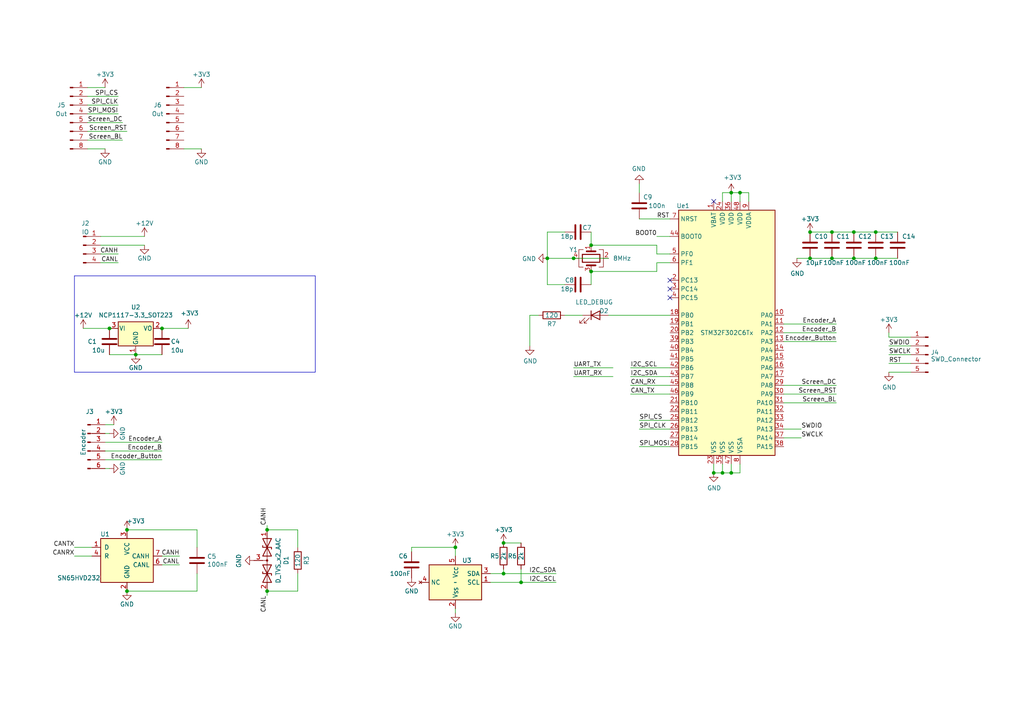
<source format=kicad_sch>
(kicad_sch (version 20230121) (generator eeschema)
  (paper "A4")
  (lib_symbols
    (symbol "Connector:Conn_01x04_Pin" (pin_names (offset 1.016) hide)
      (property "Reference" "J" (at 0 5.08 0))
      (property "Value" "Conn_01x04_Pin" (at 0 -7.62 0))
      (symbol "Conn_01x04_Pin_1_1"
        (polyline (pts (xy 1.27 -5.08) (xy 0.8636 -5.08)) (stroke (width 0.1524)))
        (polyline (pts (xy 1.27 -2.54) (xy 0.8636 -2.54)) (stroke (width 0.1524)))
        (polyline (pts (xy 1.27 0) (xy 0.8636 0)) (stroke (width 0.1524)))
        (polyline (pts (xy 1.27 2.54) (xy 0.8636 2.54)) (stroke (width 0.1524)))
        (rectangle (start 0.8636 -4.953) (end 0 -5.207) (stroke (width 0.1524)) (fill (type outline)))
        (rectangle (start 0.8636 -2.413) (end 0 -2.667) (stroke (width 0.1524)) (fill (type outline)))
        (rectangle (start 0.8636 0.127) (end 0 -0.127) (stroke (width 0.1524)) (fill (type outline)))
        (rectangle (start 0.8636 2.667) (end 0 2.413) (stroke (width 0.1524)) (fill (type outline)))
        (pin passive line (at 5.08 2.54 180) (length 3.81) (name "Pin_1") (number "1"))
        (pin passive line (at 5.08 0 180) (length 3.81) (name "Pin_2") (number "2"))
        (pin passive line (at 5.08 -2.54 180) (length 3.81) (name "Pin_3") (number "3"))
        (pin passive line (at 5.08 -5.08 180) (length 3.81) (name "Pin_4") (number "4"))
      )
    )
    (symbol "Connector:Conn_01x05_Pin" (pin_names (offset 1.016) hide)
      (property "Reference" "J" (at 0 7.62 0))
      (property "Value" "Conn_01x05_Pin" (at 0 -7.62 0))
      (symbol "Conn_01x05_Pin_1_1"
        (polyline (pts (xy 1.27 -5.08) (xy 0.8636 -5.08)) (stroke (width 0.1524)))
        (polyline (pts (xy 1.27 -2.54) (xy 0.8636 -2.54)) (stroke (width 0.1524)))
        (polyline (pts (xy 1.27 0) (xy 0.8636 0)) (stroke (width 0.1524)))
        (polyline (pts (xy 1.27 2.54) (xy 0.8636 2.54)) (stroke (width 0.1524)))
        (polyline (pts (xy 1.27 5.08) (xy 0.8636 5.08)) (stroke (width 0.1524)))
        (rectangle (start 0.8636 -4.953) (end 0 -5.207) (stroke (width 0.1524)) (fill (type outline)))
        (rectangle (start 0.8636 -2.413) (end 0 -2.667) (stroke (width 0.1524)) (fill (type outline)))
        (rectangle (start 0.8636 0.127) (end 0 -0.127) (stroke (width 0.1524)) (fill (type outline)))
        (rectangle (start 0.8636 2.667) (end 0 2.413) (stroke (width 0.1524)) (fill (type outline)))
        (rectangle (start 0.8636 5.207) (end 0 4.953) (stroke (width 0.1524)) (fill (type outline)))
        (pin passive line (at 5.08 5.08 180) (length 3.81) (name "Pin_1") (number "1"))
        (pin passive line (at 5.08 2.54 180) (length 3.81) (name "Pin_2") (number "2"))
        (pin passive line (at 5.08 0 180) (length 3.81) (name "Pin_3") (number "3"))
        (pin passive line (at 5.08 -2.54 180) (length 3.81) (name "Pin_4") (number "4"))
        (pin passive line (at 5.08 -5.08 180) (length 3.81) (name "Pin_5") (number "5"))
      )
    )
    (symbol "Connector:Conn_01x06_Pin" (pin_names (offset 1.016) hide)
      (property "Reference" "J" (at 0 7.62 0))
      (property "Value" "Conn_01x06_Pin" (at 0 -10.16 0))
      (symbol "Conn_01x06_Pin_1_1"
        (polyline (pts (xy 1.27 -7.62) (xy 0.8636 -7.62)) (stroke (width 0.1524)))
        (polyline (pts (xy 1.27 -5.08) (xy 0.8636 -5.08)) (stroke (width 0.1524)))
        (polyline (pts (xy 1.27 -2.54) (xy 0.8636 -2.54)) (stroke (width 0.1524)))
        (polyline (pts (xy 1.27 0) (xy 0.8636 0)) (stroke (width 0.1524)))
        (polyline (pts (xy 1.27 2.54) (xy 0.8636 2.54)) (stroke (width 0.1524)))
        (polyline (pts (xy 1.27 5.08) (xy 0.8636 5.08)) (stroke (width 0.1524)))
        (rectangle (start 0.8636 -7.493) (end 0 -7.747) (stroke (width 0.1524)) (fill (type outline)))
        (rectangle (start 0.8636 -4.953) (end 0 -5.207) (stroke (width 0.1524)) (fill (type outline)))
        (rectangle (start 0.8636 -2.413) (end 0 -2.667) (stroke (width 0.1524)) (fill (type outline)))
        (rectangle (start 0.8636 0.127) (end 0 -0.127) (stroke (width 0.1524)) (fill (type outline)))
        (rectangle (start 0.8636 2.667) (end 0 2.413) (stroke (width 0.1524)) (fill (type outline)))
        (rectangle (start 0.8636 5.207) (end 0 4.953) (stroke (width 0.1524)) (fill (type outline)))
        (pin passive line (at 5.08 5.08 180) (length 3.81) (name "Pin_1") (number "1"))
        (pin passive line (at 5.08 2.54 180) (length 3.81) (name "Pin_2") (number "2"))
        (pin passive line (at 5.08 0 180) (length 3.81) (name "Pin_3") (number "3"))
        (pin passive line (at 5.08 -2.54 180) (length 3.81) (name "Pin_4") (number "4"))
        (pin passive line (at 5.08 -5.08 180) (length 3.81) (name "Pin_5") (number "5"))
        (pin passive line (at 5.08 -7.62 180) (length 3.81) (name "Pin_6") (number "6"))
      )
    )
    (symbol "Connector:Conn_01x08_Pin" (pin_names (offset 1.016) hide)
      (property "Reference" "J" (at 0 10.16 0))
      (property "Value" "Conn_01x08_Pin" (at 0 -12.7 0))
      (symbol "Conn_01x08_Pin_1_1"
        (polyline (pts (xy 1.27 -10.16) (xy 0.8636 -10.16)) (stroke (width 0.1524)))
        (polyline (pts (xy 1.27 -7.62) (xy 0.8636 -7.62)) (stroke (width 0.1524)))
        (polyline (pts (xy 1.27 -5.08) (xy 0.8636 -5.08)) (stroke (width 0.1524)))
        (polyline (pts (xy 1.27 -2.54) (xy 0.8636 -2.54)) (stroke (width 0.1524)))
        (polyline (pts (xy 1.27 0) (xy 0.8636 0)) (stroke (width 0.1524)))
        (polyline (pts (xy 1.27 2.54) (xy 0.8636 2.54)) (stroke (width 0.1524)))
        (polyline (pts (xy 1.27 5.08) (xy 0.8636 5.08)) (stroke (width 0.1524)))
        (polyline (pts (xy 1.27 7.62) (xy 0.8636 7.62)) (stroke (width 0.1524)))
        (rectangle (start 0.8636 -10.033) (end 0 -10.287) (stroke (width 0.1524)) (fill (type outline)))
        (rectangle (start 0.8636 -7.493) (end 0 -7.747) (stroke (width 0.1524)) (fill (type outline)))
        (rectangle (start 0.8636 -4.953) (end 0 -5.207) (stroke (width 0.1524)) (fill (type outline)))
        (rectangle (start 0.8636 -2.413) (end 0 -2.667) (stroke (width 0.1524)) (fill (type outline)))
        (rectangle (start 0.8636 0.127) (end 0 -0.127) (stroke (width 0.1524)) (fill (type outline)))
        (rectangle (start 0.8636 2.667) (end 0 2.413) (stroke (width 0.1524)) (fill (type outline)))
        (rectangle (start 0.8636 5.207) (end 0 4.953) (stroke (width 0.1524)) (fill (type outline)))
        (rectangle (start 0.8636 7.747) (end 0 7.493) (stroke (width 0.1524)) (fill (type outline)))
        (pin passive line (at 5.08 7.62 180) (length 3.81) (name "Pin_1") (number "1"))
        (pin passive line (at 5.08 5.08 180) (length 3.81) (name "Pin_2") (number "2"))
        (pin passive line (at 5.08 2.54 180) (length 3.81) (name "Pin_3") (number "3"))
        (pin passive line (at 5.08 0 180) (length 3.81) (name "Pin_4") (number "4"))
        (pin passive line (at 5.08 -2.54 180) (length 3.81) (name "Pin_5") (number "5"))
        (pin passive line (at 5.08 -5.08 180) (length 3.81) (name "Pin_6") (number "6"))
        (pin passive line (at 5.08 -7.62 180) (length 3.81) (name "Pin_7") (number "7"))
        (pin passive line (at 5.08 -10.16 180) (length 3.81) (name "Pin_8") (number "8"))
      )
    )
    (symbol "Device:C" (pin_numbers hide) (pin_names (offset 0.254))
      (property "Reference" "C" (at 0.635 2.54 0))
      (property "Value" "C" (at 0.635 -2.54 0))
      (symbol "C_0_1"
        (polyline (pts (xy -2.032 -0.762) (xy 2.032 -0.762)) (stroke (width 0.508)))
        (polyline (pts (xy -2.032 0.762) (xy 2.032 0.762)) (stroke (width 0.508)))
      )
      (symbol "C_1_1"
        (pin passive line (at 0 3.81 270) (length 2.794) (name "~") (number "1"))
        (pin passive line (at 0 -3.81 90) (length 2.794) (name "~") (number "2"))
      )
    )
    (symbol "Device:Crystal_GND24" (pin_names (offset 1.016) hide)
      (property "Reference" "Y" (at 3.175 5.08 0))
      (property "Value" "Crystal_GND24" (at 3.175 3.175 0))
      (symbol "Crystal_GND24_0_1"
        (rectangle (start -1.143 2.54) (end 1.143 -2.54) (stroke (width 0.3048)))
        (polyline (pts (xy -2.54 0) (xy -2.032 0)))
        (polyline (pts (xy -2.032 -1.27) (xy -2.032 1.27)) (stroke (width 0.508)))
        (polyline (pts (xy 0 -3.81) (xy 0 -3.556)))
        (polyline (pts (xy 0 3.556) (xy 0 3.81)))
        (polyline (pts (xy 2.032 -1.27) (xy 2.032 1.27)) (stroke (width 0.508)))
        (polyline (pts (xy 2.032 0) (xy 2.54 0)))
        (polyline (pts (xy -2.54 -2.286) (xy -2.54 -3.556) (xy 2.54 -3.556) (xy 2.54 -2.286)))
        (polyline (pts (xy -2.54 2.286) (xy -2.54 3.556) (xy 2.54 3.556) (xy 2.54 2.286)))
      )
      (symbol "Crystal_GND24_1_1"
        (pin passive line (at -3.81 0 0) (length 1.27) (name "1") (number "1"))
        (pin passive line (at 0 5.08 270) (length 1.27) (name "2") (number "2"))
        (pin passive line (at 3.81 0 180) (length 1.27) (name "3") (number "3"))
        (pin passive line (at 0 -5.08 90) (length 1.27) (name "4") (number "4"))
      )
    )
    (symbol "Device:D_TVS_x2_AAC" (pin_names (offset 1.016) hide)
      (property "Reference" "D" (at 0 4.445 0))
      (property "Value" "Device_D_TVS_x2_AAC" (at 0 2.54 0))
      (symbol "D_TVS_x2_AAC_0_0"
        (polyline (pts (xy 0 -1.27) (xy 0 0)))
      )
      (symbol "D_TVS_x2_AAC_0_1"
        (polyline (pts (xy -6.35 0) (xy 6.35 0)))
        (polyline (pts (xy -3.302 1.27) (xy -3.81 1.27) (xy -3.81 -1.27) (xy -4.318 -1.27)) (stroke (width 0.254)))
        (polyline (pts (xy 4.318 1.27) (xy 3.81 1.27) (xy 3.81 -1.27) (xy 3.302 -1.27)) (stroke (width 0.254)))
        (polyline (pts (xy -6.35 1.27) (xy -1.27 -1.27) (xy -1.27 1.27) (xy -6.35 -1.27) (xy -6.35 1.27)) (stroke (width 0.254)))
        (polyline (pts (xy 6.35 1.27) (xy 1.27 -1.27) (xy 1.27 1.27) (xy 6.35 -1.27) (xy 6.35 1.27)) (stroke (width 0.254)))
        (circle (center 0 0) (radius 0.254) (fill (type outline)))
      )
      (symbol "D_TVS_x2_AAC_1_1"
        (pin passive line (at -8.89 0 0) (length 2.54) (name "A1") (number "1"))
        (pin passive line (at 8.89 0 180) (length 2.54) (name "A2") (number "2"))
        (pin input line (at 0 -3.81 90) (length 2.54) (name "common") (number "3"))
      )
    )
    (symbol "Device:LED" (pin_numbers hide) (pin_names (offset 1.016) hide)
      (property "Reference" "D" (at 0 2.54 0))
      (property "Value" "LED" (at 0 -2.54 0))
      (symbol "LED_0_1"
        (polyline (pts (xy -1.27 -1.27) (xy -1.27 1.27)) (stroke (width 0.254)))
        (polyline (pts (xy -1.27 0) (xy 1.27 0)))
        (polyline (pts (xy 1.27 -1.27) (xy 1.27 1.27) (xy -1.27 0) (xy 1.27 -1.27)) (stroke (width 0.254)))
        (polyline (pts (xy -3.048 -0.762) (xy -4.572 -2.286) (xy -3.81 -2.286) (xy -4.572 -2.286) (xy -4.572 -1.524)))
        (polyline (pts (xy -1.778 -0.762) (xy -3.302 -2.286) (xy -2.54 -2.286) (xy -3.302 -2.286) (xy -3.302 -1.524)))
      )
      (symbol "LED_1_1"
        (pin passive line (at -3.81 0 0) (length 2.54) (name "K") (number "1"))
        (pin passive line (at 3.81 0 180) (length 2.54) (name "A") (number "2"))
      )
    )
    (symbol "Device:R" (pin_numbers hide) (pin_names (offset 0))
      (property "Reference" "R" (at 2.032 0 90))
      (property "Value" "R" (at 0 0 90))
      (symbol "R_0_1"
        (rectangle (start -1.016 -2.54) (end 1.016 2.54) (stroke (width 0.254)))
      )
      (symbol "R_1_1"
        (pin passive line (at 0 3.81 270) (length 1.27) (name "~") (number "1"))
        (pin passive line (at 0 -3.81 90) (length 1.27) (name "~") (number "2"))
      )
    )
    (symbol "EEPROM:24AA00T-I/OT"
      (property "Reference" "U" (at 0 0 0))
      (symbol "24AA00T-I/OT_1_1"
        (rectangle (start -7.62 5.08) (end 7.62 -5.08) (stroke (width 0.254)) (fill (type background)))
        (pin input line (at 10.16 0 180) (length 2.54) (name "SCL") (number "1"))
        (pin power_in line (at 0 -7.62 90) (length 2.54) (name "V_{SS}") (number "2"))
        (pin bidirectional line (at 10.16 2.54 180) (length 2.54) (name "SDA") (number "3"))
        (pin no_connect line (at -10.16 0 0) (length 2.54) (name "NC") (number "4"))
        (pin power_in line (at 0 7.62 270) (length 2.54) (name "V_{CC}") (number "5"))
      )
    )
    (symbol "Interface_CAN_LIN:SN65HVD232" (pin_names (offset 1.016))
      (property "Reference" "U" (at -2.54 10.16 0))
      (property "Value" "SN65HVD232" (at -2.54 7.62 0))
      (symbol "SN65HVD232_0_1"
        (rectangle (start -7.62 5.08) (end 7.62 -7.62) (stroke (width 0.254)) (fill (type background)))
      )
      (symbol "SN65HVD232_1_1"
        (pin input line (at -10.16 2.54 0) (length 2.54) (name "D") (number "1"))
        (pin power_in line (at 0 -10.16 90) (length 2.54) (name "GND") (number "2"))
        (pin power_in line (at 0 7.62 270) (length 2.54) (name "VCC") (number "3"))
        (pin output line (at -10.16 0 0) (length 2.54) (name "R") (number "4"))
        (pin no_connect line (at -10.16 -2.54 0) (length 2.54) hide (name "NC") (number "5"))
        (pin bidirectional line (at 10.16 -2.54 180) (length 2.54) (name "CANL") (number "6"))
        (pin bidirectional line (at 10.16 0 180) (length 2.54) (name "CANH") (number "7"))
        (pin no_connect line (at -10.16 -5.08 0) (length 2.54) hide (name "NC") (number "8"))
      )
    )
    (symbol "MCU_ST_STM32F3:STM32F302C6Tx"
      (property "Reference" "U" (at -15.24 36.83 0))
      (property "Value" "STM32F302C6Tx" (at 7.62 36.83 0))
      (symbol "STM32F302C6Tx_0_1"
        (rectangle (start -15.24 -35.56) (end 12.7 35.56) (stroke (width 0.254)) (fill (type background)))
      )
      (symbol "STM32F302C6Tx_1_1"
        (pin power_in line (at -5.08 38.1 270) (length 2.54) (name "VBAT") (number "1"))
        (pin bidirectional line (at 15.24 5.08 180) (length 2.54) (name "PA0") (number "10"))
        (pin bidirectional line (at 15.24 2.54 180) (length 2.54) (name "PA1") (number "11"))
        (pin bidirectional line (at 15.24 0 180) (length 2.54) (name "PA2") (number "12"))
        (pin bidirectional line (at 15.24 -2.54 180) (length 2.54) (name "PA3") (number "13"))
        (pin bidirectional line (at 15.24 -5.08 180) (length 2.54) (name "PA4") (number "14"))
        (pin bidirectional line (at 15.24 -7.62 180) (length 2.54) (name "PA5") (number "15"))
        (pin bidirectional line (at 15.24 -10.16 180) (length 2.54) (name "PA6") (number "16"))
        (pin bidirectional line (at 15.24 -12.7 180) (length 2.54) (name "PA7") (number "17"))
        (pin bidirectional line (at -17.78 5.08 0) (length 2.54) (name "PB0") (number "18"))
        (pin bidirectional line (at -17.78 2.54 0) (length 2.54) (name "PB1") (number "19"))
        (pin bidirectional line (at -17.78 15.24 0) (length 2.54) (name "PC13") (number "2"))
        (pin bidirectional line (at -17.78 0 0) (length 2.54) (name "PB2") (number "20"))
        (pin bidirectional line (at -17.78 -20.32 0) (length 2.54) (name "PB10") (number "21"))
        (pin bidirectional line (at -17.78 -22.86 0) (length 2.54) (name "PB11") (number "22"))
        (pin power_in line (at -5.08 -38.1 90) (length 2.54) (name "VSS") (number "23"))
        (pin power_in line (at -2.54 38.1 270) (length 2.54) (name "VDD") (number "24"))
        (pin bidirectional line (at -17.78 -25.4 0) (length 2.54) (name "PB12") (number "25"))
        (pin bidirectional line (at -17.78 -27.94 0) (length 2.54) (name "PB13") (number "26"))
        (pin bidirectional line (at -17.78 -30.48 0) (length 2.54) (name "PB14") (number "27"))
        (pin bidirectional line (at -17.78 -33.02 0) (length 2.54) (name "PB15") (number "28"))
        (pin bidirectional line (at 15.24 -15.24 180) (length 2.54) (name "PA8") (number "29"))
        (pin bidirectional line (at -17.78 12.7 0) (length 2.54) (name "PC14") (number "3"))
        (pin bidirectional line (at 15.24 -17.78 180) (length 2.54) (name "PA9") (number "30"))
        (pin bidirectional line (at 15.24 -20.32 180) (length 2.54) (name "PA10") (number "31"))
        (pin bidirectional line (at 15.24 -22.86 180) (length 2.54) (name "PA11") (number "32"))
        (pin bidirectional line (at 15.24 -25.4 180) (length 2.54) (name "PA12") (number "33"))
        (pin bidirectional line (at 15.24 -27.94 180) (length 2.54) (name "PA13") (number "34"))
        (pin power_in line (at -2.54 -38.1 90) (length 2.54) (name "VSS") (number "35"))
        (pin power_in line (at 0 38.1 270) (length 2.54) (name "VDD") (number "36"))
        (pin bidirectional line (at 15.24 -30.48 180) (length 2.54) (name "PA14") (number "37"))
        (pin bidirectional line (at 15.24 -33.02 180) (length 2.54) (name "PA15") (number "38"))
        (pin bidirectional line (at -17.78 -2.54 0) (length 2.54) (name "PB3") (number "39"))
        (pin bidirectional line (at -17.78 10.16 0) (length 2.54) (name "PC15") (number "4"))
        (pin bidirectional line (at -17.78 -5.08 0) (length 2.54) (name "PB4") (number "40"))
        (pin bidirectional line (at -17.78 -7.62 0) (length 2.54) (name "PB5") (number "41"))
        (pin bidirectional line (at -17.78 -10.16 0) (length 2.54) (name "PB6") (number "42"))
        (pin bidirectional line (at -17.78 -12.7 0) (length 2.54) (name "PB7") (number "43"))
        (pin input line (at -17.78 27.94 0) (length 2.54) (name "BOOT0") (number "44"))
        (pin bidirectional line (at -17.78 -15.24 0) (length 2.54) (name "PB8") (number "45"))
        (pin bidirectional line (at -17.78 -17.78 0) (length 2.54) (name "PB9") (number "46"))
        (pin power_in line (at 0 -38.1 90) (length 2.54) (name "VSS") (number "47"))
        (pin power_in line (at 2.54 38.1 270) (length 2.54) (name "VDD") (number "48"))
        (pin input line (at -17.78 22.86 0) (length 2.54) (name "PF0") (number "5"))
        (pin input line (at -17.78 20.32 0) (length 2.54) (name "PF1") (number "6"))
        (pin input line (at -17.78 33.02 0) (length 2.54) (name "NRST") (number "7"))
        (pin power_in line (at 2.54 -38.1 90) (length 2.54) (name "VSSA") (number "8"))
        (pin power_in line (at 5.08 38.1 270) (length 2.54) (name "VDDA") (number "9"))
      )
    )
    (symbol "Regulator_Linear:NCP1117-3.3_SOT223" (pin_names (offset 0.254))
      (property "Reference" "U" (at -3.81 3.175 0))
      (property "Value" "NCP1117-3.3_SOT223" (at 0 3.175 0))
      (symbol "NCP1117-3.3_SOT223_0_1"
        (rectangle (start -5.08 -5.08) (end 5.08 1.905) (stroke (width 0.254)) (fill (type background)))
      )
      (symbol "NCP1117-3.3_SOT223_1_1"
        (pin power_in line (at 0 -7.62 90) (length 2.54) (name "GND") (number "1"))
        (pin power_out line (at 7.62 0 180) (length 2.54) (name "VO") (number "2"))
        (pin power_in line (at -7.62 0 0) (length 2.54) (name "VI") (number "3"))
      )
    )
    (symbol "power:+12V" (power) (pin_names (offset 0))
      (property "Value" "+12V" (at 0 3.556 0))
      (symbol "+12V_0_1"
        (polyline (pts (xy -0.762 1.27) (xy 0 2.54)))
        (polyline (pts (xy 0 0) (xy 0 2.54)))
        (polyline (pts (xy 0 2.54) (xy 0.762 1.27)))
      )
      (symbol "+12V_1_1"
        (pin power_in line (at 0 0 90) (length 0) hide (name "+12V") (number "1"))
      )
    )
    (symbol "power:+3.3V" (power) (pin_names (offset 0))
      (property "Value" "+3.3V" (at 0 3.556 0))
      (symbol "+3.3V_0_1"
        (polyline (pts (xy -0.762 1.27) (xy 0 2.54)))
        (polyline (pts (xy 0 0) (xy 0 2.54)))
        (polyline (pts (xy 0 2.54) (xy 0.762 1.27)))
      )
      (symbol "+3.3V_1_1"
        (pin power_in line (at 0 0 90) (length 0) hide (name "+3V3") (number "1"))
      )
    )
    (symbol "power:GND" (power) (pin_names (offset 0))
      (property "Value" "GND" (at 0 -3.81 0))
      (symbol "GND_0_1"
        (polyline (pts (xy 0 0) (xy 0 -1.27) (xy 1.27 -1.27) (xy 0 -2.54) (xy -1.27 -1.27) (xy 0 -1.27)))
      )
      (symbol "GND_1_1"
        (pin power_in line (at 0 0 270) (length 0) hide (name "GND") (number "1"))
      )
    )
  )
  (junction (at 132.08 158.75))
  (junction (at 241.3 67.31))
  (junction (at 171.45 71.12))
  (junction (at 166.37 74.93))
  (junction (at 254 74.93))
  (junction (at 46.99 95.25))
  (junction (at 146.05 166.37))
  (junction (at 241.3 74.93))
  (junction (at 36.83 171.45))
  (junction (at 234.95 74.93))
  (junction (at 214.63 55.88))
  (junction (at 77.47 153.67))
  (junction (at 171.45 78.74))
  (junction (at 151.13 168.91))
  (junction (at 212.09 55.88))
  (junction (at 247.65 74.93))
  (junction (at 146.05 157.48))
  (junction (at 77.47 171.45))
  (junction (at 234.95 67.31))
  (junction (at 207.01 137.16))
  (junction (at 209.55 137.16))
  (junction (at 212.09 137.16))
  (junction (at 158.75 74.93))
  (junction (at 39.37 102.87))
  (junction (at 254 67.31))
  (junction (at 36.83 153.67))
  (junction (at 31.75 95.25))
  (junction (at 247.65 67.31))
  (no_connect (at 194.31 81.28))
  (no_connect (at 207.01 58.42))
  (no_connect (at 194.31 83.82))
  (no_connect (at 194.31 86.36))
  (wire (pts (xy 52.07 163.83) (xy 46.99 163.83)))
  (wire (pts (xy 31.75 102.87) (xy 39.37 102.87)))
  (wire (pts (xy 163.83 67.31) (xy 158.75 67.31)))
  (wire (pts (xy 257.81 107.95) (xy 264.16 107.95)))
  (polyline (pts (xy 21.59 80.01) (xy 21.59 107.95)))
  (wire (pts (xy 34.29 30.48) (xy 25.4 30.48)))
  (wire (pts (xy 214.63 55.88) (xy 214.63 58.42)))
  (wire (pts (xy 209.55 134.62) (xy 209.55 137.16)))
  (wire (pts (xy 209.55 58.42) (xy 209.55 55.88)))
  (wire (pts (xy 24.13 95.25) (xy 31.75 95.25)))
  (wire (pts (xy 227.33 93.98) (xy 242.57 93.98)))
  (wire (pts (xy 247.65 67.31) (xy 254 67.31)))
  (wire (pts (xy 209.55 55.88) (xy 212.09 55.88)))
  (wire (pts (xy 185.42 63.5) (xy 194.31 63.5)))
  (wire (pts (xy 119.38 160.02) (xy 119.38 158.75)))
  (wire (pts (xy 185.42 129.54) (xy 194.31 129.54)))
  (wire (pts (xy 171.45 67.31) (xy 171.45 71.12)))
  (wire (pts (xy 214.63 55.88) (xy 217.17 55.88)))
  (wire (pts (xy 142.24 168.91) (xy 151.13 168.91)))
  (wire (pts (xy 29.21 68.58) (xy 41.91 68.58)))
  (wire (pts (xy 46.99 133.35) (xy 30.48 133.35)))
  (wire (pts (xy 214.63 137.16) (xy 214.63 134.62)))
  (wire (pts (xy 227.33 127) (xy 232.41 127)))
  (wire (pts (xy 34.29 27.94) (xy 25.4 27.94)))
  (wire (pts (xy 146.05 165.1) (xy 146.05 166.37)))
  (wire (pts (xy 171.45 78.74) (xy 190.5 78.74)))
  (wire (pts (xy 86.36 166.37) (xy 86.36 171.45)))
  (wire (pts (xy 264.16 97.79) (xy 257.81 97.79)))
  (wire (pts (xy 241.3 74.93) (xy 247.65 74.93)))
  (wire (pts (xy 257.81 100.33) (xy 264.16 100.33)))
  (wire (pts (xy 182.88 106.68) (xy 194.31 106.68)))
  (wire (pts (xy 182.88 109.22) (xy 194.31 109.22)))
  (wire (pts (xy 227.33 124.46) (xy 232.41 124.46)))
  (wire (pts (xy 30.48 128.27) (xy 46.99 128.27)))
  (wire (pts (xy 194.31 68.58) (xy 190.5 68.58)))
  (wire (pts (xy 151.13 168.91) (xy 161.29 168.91)))
  (wire (pts (xy 182.88 114.3) (xy 194.31 114.3)))
  (wire (pts (xy 36.83 153.67) (xy 57.15 153.67)))
  (wire (pts (xy 234.95 67.31) (xy 241.3 67.31)))
  (wire (pts (xy 53.34 43.18) (xy 58.42 43.18)))
  (wire (pts (xy 31.75 135.89) (xy 30.48 135.89)))
  (wire (pts (xy 86.36 158.75) (xy 86.36 153.67)))
  (wire (pts (xy 227.33 96.52) (xy 242.57 96.52)))
  (wire (pts (xy 30.48 125.73) (xy 31.75 125.73)))
  (wire (pts (xy 212.09 137.16) (xy 214.63 137.16)))
  (wire (pts (xy 57.15 166.37) (xy 57.15 171.45)))
  (wire (pts (xy 231.14 74.93) (xy 234.95 74.93)))
  (wire (pts (xy 158.75 82.55) (xy 163.83 82.55)))
  (wire (pts (xy 166.37 106.68) (xy 177.8 106.68)))
  (wire (pts (xy 227.33 114.3) (xy 242.57 114.3)))
  (wire (pts (xy 25.4 43.18) (xy 30.48 43.18)))
  (wire (pts (xy 57.15 171.45) (xy 36.83 171.45)))
  (wire (pts (xy 212.09 134.62) (xy 212.09 137.16)))
  (polyline (pts (xy 91.44 107.95) (xy 21.59 107.95)))
  (wire (pts (xy 25.4 35.56) (xy 35.56 35.56)))
  (wire (pts (xy 132.08 176.53) (xy 132.08 177.8)))
  (wire (pts (xy 241.3 67.31) (xy 247.65 67.31)))
  (wire (pts (xy 142.24 166.37) (xy 146.05 166.37)))
  (wire (pts (xy 57.15 153.67) (xy 57.15 158.75)))
  (wire (pts (xy 39.37 102.87) (xy 46.99 102.87)))
  (wire (pts (xy 207.01 137.16) (xy 209.55 137.16)))
  (wire (pts (xy 190.5 71.12) (xy 171.45 71.12)))
  (wire (pts (xy 254 74.93) (xy 260.35 74.93)))
  (wire (pts (xy 25.4 25.4) (xy 30.48 25.4)))
  (wire (pts (xy 29.21 73.66) (xy 34.29 73.66)))
  (wire (pts (xy 257.81 97.79) (xy 257.81 96.52)))
  (wire (pts (xy 46.99 130.81) (xy 30.48 130.81)))
  (wire (pts (xy 209.55 137.16) (xy 212.09 137.16)))
  (wire (pts (xy 119.38 158.75) (xy 132.08 158.75)))
  (wire (pts (xy 168.91 91.44) (xy 163.83 91.44)))
  (wire (pts (xy 227.33 116.84) (xy 242.57 116.84)))
  (wire (pts (xy 86.36 171.45) (xy 77.47 171.45)))
  (wire (pts (xy 227.33 111.76) (xy 242.57 111.76)))
  (wire (pts (xy 212.09 55.88) (xy 214.63 55.88)))
  (wire (pts (xy 190.5 78.74) (xy 190.5 76.2)))
  (wire (pts (xy 53.34 25.4) (xy 58.42 25.4)))
  (wire (pts (xy 190.5 73.66) (xy 194.31 73.66)))
  (wire (pts (xy 176.53 91.44) (xy 194.31 91.44)))
  (wire (pts (xy 190.5 73.66) (xy 190.5 71.12)))
  (wire (pts (xy 153.67 91.44) (xy 153.67 100.33)))
  (wire (pts (xy 52.07 161.29) (xy 46.99 161.29)))
  (wire (pts (xy 227.33 99.06) (xy 242.57 99.06)))
  (wire (pts (xy 77.47 152.4) (xy 77.47 153.67)))
  (wire (pts (xy 241.3 74.93) (xy 234.95 74.93)))
  (wire (pts (xy 158.75 74.93) (xy 158.75 82.55)))
  (wire (pts (xy 176.53 74.93) (xy 166.37 74.93)))
  (wire (pts (xy 26.67 158.75) (xy 21.59 158.75)))
  (wire (pts (xy 217.17 55.88) (xy 217.17 58.42)))
  (wire (pts (xy 29.21 76.2) (xy 34.29 76.2)))
  (wire (pts (xy 257.81 102.87) (xy 264.16 102.87)))
  (wire (pts (xy 156.21 91.44) (xy 153.67 91.44)))
  (wire (pts (xy 207.01 134.62) (xy 207.01 137.16)))
  (wire (pts (xy 185.42 53.34) (xy 185.42 55.88)))
  (wire (pts (xy 26.67 161.29) (xy 21.59 161.29)))
  (wire (pts (xy 146.05 157.48) (xy 151.13 157.48)))
  (wire (pts (xy 29.21 71.12) (xy 41.91 71.12)))
  (wire (pts (xy 171.45 82.55) (xy 171.45 78.74)))
  (wire (pts (xy 86.36 153.67) (xy 77.47 153.67)))
  (wire (pts (xy 185.42 121.92) (xy 194.31 121.92)))
  (wire (pts (xy 257.81 105.41) (xy 264.16 105.41)))
  (wire (pts (xy 77.47 172.72) (xy 77.47 171.45)))
  (wire (pts (xy 166.37 74.93) (xy 158.75 74.93)))
  (wire (pts (xy 254 67.31) (xy 260.35 67.31)))
  (polyline (pts (xy 21.59 80.01) (xy 91.44 80.01)))
  (wire (pts (xy 166.37 109.22) (xy 177.8 109.22)))
  (wire (pts (xy 151.13 165.1) (xy 151.13 168.91)))
  (wire (pts (xy 132.08 158.75) (xy 132.08 161.29)))
  (wire (pts (xy 182.88 111.76) (xy 194.31 111.76)))
  (wire (pts (xy 185.42 124.46) (xy 194.31 124.46)))
  (wire (pts (xy 212.09 58.42) (xy 212.09 55.88)))
  (wire (pts (xy 46.99 95.25) (xy 54.61 95.25)))
  (wire (pts (xy 34.29 33.02) (xy 25.4 33.02)))
  (wire (pts (xy 146.05 166.37) (xy 161.29 166.37)))
  (wire (pts (xy 158.75 67.31) (xy 158.75 74.93)))
  (wire (pts (xy 25.4 40.64) (xy 35.56 40.64)))
  (wire (pts (xy 247.65 74.93) (xy 254 74.93)))
  (wire (pts (xy 190.5 76.2) (xy 194.31 76.2)))
  (wire (pts (xy 25.4 38.1) (xy 36.83 38.1)))
  (polyline (pts (xy 91.44 80.01) (xy 91.44 107.95)))
  (wire (pts (xy 30.48 123.19) (xy 33.02 123.19)))
  (label "SPI_MOSI" (at 185.42 129.54 0))
  (label "I2C_SCL" (at 182.88 106.68 0))
  (label "Screen_BL" (at 35.56 40.64 180))
  (label "CANTX" (at 21.59 158.75 180))
  (label "CANH" (at 34.29 73.66 180) (property "Intersheetrefs" "${INTERSHEET_REFS}" (effects hide)))
  (label "CANRX" (at 21.59 161.29 180))
  (label "CANL" (at 52.07 163.83 180) (property "Intersheetrefs" "${INTERSHEET_REFS}" (effects hide)))
  (label "SPI_CS" (at 34.29 27.94 180))
  (label "SPI_MOSI" (at 34.29 33.02 180))
  (label "Screen_DC" (at 242.57 111.76 180))
  (label "SWCLK" (at 232.41 127 0))
  (label "Encoder_Button" (at 46.99 133.35 180))
  (label "CANL" (at 77.47 172.72 270) (property "Intersheetrefs" "${INTERSHEET_REFS}" (effects hide)))
  (label "RST" (at 190.5 63.5 0))
  (label "CANH" (at 77.47 152.4 90) (property "Intersheetrefs" "${INTERSHEET_REFS}" (effects hide)))
  (label "Encoder_B" (at 242.57 96.52 180))
  (label "Encoder_B" (at 46.99 130.81 180))
  (label "Encoder_Button" (at 242.57 99.06 180))
  (label "SWCLK" (at 257.81 102.87 0))
  (label "CANH" (at 52.07 161.29 180) (property "Intersheetrefs" "${INTERSHEET_REFS}" (effects hide)))
  (label "SWDIO" (at 232.41 124.46 0))
  (label "Screen_RST" (at 36.83 38.1 180))
  (label "I2C_SCL" (at 161.29 168.91 180))
  (label "RST" (at 257.81 105.41 0))
  (label "CAN_RX" (at 182.88 111.76 0))
  (label "Encoder_A" (at 46.99 128.27 180))
  (label "CANL" (at 34.29 76.2 180) (property "Intersheetrefs" "${INTERSHEET_REFS}" (effects hide)))
  (label "SPI_CLK" (at 185.42 124.46 0))
  (label "SWDIO" (at 257.81 100.33 0))
  (label "CAN_TX" (at 182.88 114.3 0))
  (label "Screen_DC" (at 35.56 35.56 180))
  (label "BOOT0" (at 190.5 68.58 180))
  (label "UART_TX" (at 166.37 106.68 0))
  (label "I2C_SDA" (at 182.88 109.22 0))
  (label "Screen_RST" (at 242.57 114.3 180))
  (label "SPI_CS" (at 185.42 121.92 0))
  (label "Screen_BL" (at 242.57 116.84 180))
  (label "I2C_SDA" (at 161.29 166.37 180))
  (label "UART_RX" (at 166.37 109.22 0))
  (label "SPI_CLK" (at 34.29 30.48 180))
  (label "Encoder_A" (at 242.57 93.98 180))
  (symbol (lib_id "Device:C") (at 260.35 71.12 180) (unit 1)
    (property "Reference" "C14" (at 261.62 68.58 0) (effects (justify right)))
    (property "Value" "100nF" (at 257.81 76.2 0) (effects (justify right)))
    (property "Footprint" "Capacitor_SMD:C_0603_1608Metric" (effects hide))
  )
  (symbol (lib_id "power:GND") (at 158.75 74.93 270) (unit 1)
    (property "Reference" "#PWR020" (effects hide))
    (property "Value" "GND" (at 155.4988 75.057 90) (effects (justify right)))
  )
  (symbol (lib_id "power:+3.3V") (at 132.08 158.75 0) (unit 1)
    (property "Reference" "#PWR016" (effects hide))
    (property "Value" "+3.3V" (at 132.08 154.94 0))
  )
  (symbol (lib_id "power:+3.3V") (at 234.95 67.31 0) (unit 1)
    (property "Reference" "#PWR025" (effects hide))
    (property "Value" "+3.3V" (at 234.95 63.5 0))
  )
  (symbol (lib_id "power:GND") (at 185.42 53.34 180) (unit 1)
    (property "Reference" "#PWR021" (effects hide))
    (property "Value" "GND" (at 185.293 48.9458 0))
  )
  (symbol (lib_id "power:GND") (at 132.08 177.8 0) (unit 1)
    (property "Reference" "#PWR017" (effects hide))
    (property "Value" "GND" (at 132.08 181.61 0))
  )
  (symbol (lib_id "Connector:Conn_01x04_Pin") (at 24.13 71.12 0) (unit 1)
    (property "Reference" "J2" (at 24.765 64.77 0))
    (property "Value" "IO" (at 24.765 67.31 0))
    (property "Footprint" "Connectors:691382000004" (effects hide))
  )
  (symbol (lib_id "power:GND") (at 119.38 167.64 0) (unit 1)
    (property "Reference" "#PWR015" (effects hide))
    (property "Value" "GND" (at 119.38 171.45 0))
  )
  (symbol (lib_id "Device:C") (at 46.99 99.06 180) (unit 1)
    (property "Reference" "C4" (at 49.53 99.06 0) (effects (justify right)))
    (property "Value" "10u" (at 49.53 101.6 0) (effects (justify right)))
    (property "Footprint" "Capacitor_SMD:C_0805_2012Metric" (effects hide))
  )
  (symbol (lib_id "Device:C") (at 167.64 67.31 270) (unit 1)
    (property "Reference" "C7" (at 168.91 66.04 90) (effects (justify left)))
    (property "Value" "18p" (at 162.56 68.58 90) (effects (justify left)))
    (property "Footprint" "Capacitor_SMD:C_0805_2012Metric" (effects hide))
  )
  (symbol (lib_id "Interface_CAN_LIN:SN65HVD232") (at 36.83 161.29 0) (unit 1)
    (property "Reference" "U1" (at 30.48 154.94 0))
    (property "Value" "SN65HVD232" (at 22.86 167.64 0))
    (property "Footprint" "Package_SO:SOIC-8_3.9x4.9mm_P1.27mm" (effects hide))
    (property "Datasheet" "http://www.ti.com/lit/ds/symlink/sn65hvd230.pdf" (effects hide))
  )
  (symbol (lib_id "Device:C") (at 254 71.12 180) (unit 1)
    (property "Reference" "C13" (at 255.27 68.58 0) (effects (justify right)))
    (property "Value" "100nF" (at 251.46 76.2 0) (effects (justify right)))
    (property "Footprint" "Capacitor_SMD:C_0603_1608Metric" (effects hide))
  )
  (symbol (lib_id "Device:R") (at 146.05 161.29 180) (unit 1)
    (property "Reference" "R5" (at 143.51 161.29 0))
    (property "Value" "2k" (at 146.05 161.29 90))
    (property "Footprint" "Resistor_SMD:R_0603_1608Metric" (effects hide))
  )
  (symbol (lib_id "Device:C") (at 241.3 71.12 180) (unit 1)
    (property "Reference" "C11" (at 242.57 68.58 0) (effects (justify right)))
    (property "Value" "100nF" (at 238.76 76.2 0) (effects (justify right)))
    (property "Footprint" "Capacitor_SMD:C_0603_1608Metric" (effects hide))
  )
  (symbol (lib_id "Device:C") (at 247.65 71.12 180) (unit 1)
    (property "Reference" "C12" (at 248.92 68.58 0) (effects (justify right)))
    (property "Value" "100nF" (at 245.11 76.2 0) (effects (justify right)))
    (property "Footprint" "Capacitor_SMD:C_0603_1608Metric" (effects hide))
  )
  (symbol (lib_id "power:GND") (at 153.67 100.33 0) (unit 1)
    (property "Reference" "#PWR019" (effects hide))
    (property "Value" "GND" (at 153.797 104.7242 0))
  )
  (symbol (lib_id "power:+12V") (at 41.91 68.58 0) (unit 1)
    (property "Reference" "#PWR08" (effects hide))
    (property "Value" "+12V" (at 41.91 64.77 0))
  )
  (symbol (lib_id "Device:R") (at 86.36 162.56 180) (unit 1)
    (property "Reference" "R3" (at 88.9 162.56 90))
    (property "Value" "120" (at 86.36 162.56 90))
    (property "Footprint" "Resistor_SMD:R_0603_1608Metric" (effects hide))
  )
  (symbol (lib_id "Device:C") (at 57.15 162.56 180) (unit 1)
    (property "Reference" "C5" (at 60.071 161.3916 0) (effects (justify right)))
    (property "Value" "100nF" (at 60.071 163.703 0) (effects (justify right)))
    (property "Footprint" "Capacitor_SMD:C_0603_1608Metric" (effects hide))
  )
  (symbol (lib_id "power:+3.3V") (at 30.48 25.4 0) (unit 1)
    (property "Reference" "#PWR028" (effects hide))
    (property "Value" "+3.3V" (at 30.48 21.59 0))
  )
  (symbol (lib_id "power:+3.3V") (at 212.09 55.88 0) (unit 1)
    (property "Reference" "#PWR023" (effects hide))
    (property "Value" "+3.3V" (at 212.471 51.4858 0))
  )
  (symbol (lib_id "Regulator_Linear:NCP1117-3.3_SOT223") (at 39.37 95.25 0) (unit 1)
    (property "Reference" "U2" (at 39.37 89.1032 0))
    (property "Value" "NCP1117-3.3_SOT223" (at 39.37 91.4146 0))
    (property "Footprint" "Package_TO_SOT_SMD:SOT-223-3_TabPin2" (effects hide))
    (property "Datasheet" "http://www.onsemi.com/pub_link/Collateral/NCP1117-D.PDF" (effects hide))
  )
  (symbol (lib_id "power:GND") (at 231.14 74.93 0) (unit 1)
    (property "Reference" "#PWR024" (effects hide))
    (property "Value" "GND" (at 231.267 79.3242 0))
  )
  (symbol (lib_id "power:GND") (at 41.91 71.12 0) (unit 1)
    (property "Reference" "#PWR09" (effects hide))
    (property "Value" "GND" (at 41.91 74.93 0))
  )
  (symbol (lib_id "power:GND") (at 31.75 135.89 90) (unit 1)
    (property "Reference" "#PWR07" (effects hide))
    (property "Value" "GND" (at 35.56 135.89 0))
  )
  (symbol (lib_id "EEPROM:24AA00T-I/OT") (at 132.08 168.91 0) (unit 1)
    (property "Reference" "U3" (at 134.0359 162.56 0) (effects (justify left)))
    (property "Value" "~" (at 132.08 168.91 0))
    (property "Footprint" "Package_TO_SOT_SMD:SOT-23-5" (effects hide))
  )
  (symbol (lib_id "power:GND") (at 257.81 107.95 0) (unit 1)
    (property "Reference" "#PWR027" (effects hide))
    (property "Value" "GND" (at 257.937 112.3442 0))
  )
  (symbol (lib_id "Connector:Conn_01x05_Pin") (at 269.24 102.87 0) (mirror y) (unit 1)
    (property "Reference" "J4" (at 269.9512 102.2263 0) (effects (justify right)))
    (property "Value" "SWD_Connector" (at 269.9512 104.1473 0) (effects (justify right)))
    (property "Footprint" "Connector_PinHeader_1.27mm:PinHeader_1x05_P1.27mm_Vertical" (effects hide))
  )
  (symbol (lib_id "Device:C") (at 167.64 82.55 270) (unit 1)
    (property "Reference" "C8" (at 163.83 81.28 90) (effects (justify left)))
    (property "Value" "18p" (at 162.56 83.82 90) (effects (justify left)))
    (property "Footprint" "Capacitor_SMD:C_0805_2012Metric" (effects hide))
  )
  (symbol (lib_id "Connector:Conn_01x06_Pin") (at 25.4 128.27 0) (unit 1)
    (property "Reference" "J3" (at 26.035 119.38 0))
    (property "Value" "Encoder" (at 24.13 128.27 90))
    (property "Footprint" "Connectors:flex connector" (effects hide))
  )
  (symbol (lib_id "power:GND") (at 58.42 43.18 0) (unit 1)
    (property "Reference" "#PWR031" (effects hide))
    (property "Value" "GND" (at 58.42 46.99 0))
  )
  (symbol (lib_id "Connector:Conn_01x08_Pin") (at 20.32 33.02 0) (unit 1)
    (property "Reference" "J5" (at 17.78 30.48 0))
    (property "Value" "Out" (at 17.78 33.02 0))
    (property "Footprint" "Connectors:WR-MM 8pin Male" (effects hide))
  )
  (symbol (lib_id "power:GND") (at 73.66 162.56 270) (unit 1)
    (property "Reference" "#PWR013" (effects hide))
    (property "Value" "GND" (at 69.2658 162.687 0))
  )
  (symbol (lib_id "power:+3.3V") (at 54.61 95.25 0) (unit 1)
    (property "Reference" "#PWR011" (effects hide))
    (property "Value" "+3.3V" (at 54.991 90.8558 0))
  )
  (symbol (lib_id "power:+3.3V") (at 58.42 25.4 0) (unit 1)
    (property "Reference" "#PWR030" (effects hide))
    (property "Value" "+3.3V" (at 58.42 21.59 0))
  )
  (symbol (lib_id "MCU_ST_STM32F3:STM32F302C6Tx") (at 212.09 96.52 0) (unit 1)
    (property "Reference" "Ue1" (at 198.12 59.69 0))
    (property "Value" "STM32F302C6Tx" (at 210.82 96.52 0))
    (property "Footprint" "Package_QFP:LQFP-48_7x7mm_P0.5mm" (effects hide))
    (property "Datasheet" "http://www.st.com/st-web-ui/static/active/en/resource/technical/document/datasheet/DM00093333.pdf" (effects hide))
  )
  (symbol (lib_id "Device:Crystal_GND24") (at 171.45 74.93 270) (unit 1)
    (property "Reference" "Y1" (at 165.1 72.39 90) (effects (justify left)))
    (property "Value" "8MHz" (at 177.8 74.93 90) (effects (justify left)))
    (property "Footprint" "Crystal:Crystal_SMD_5032-4Pin_5.0x3.2mm" (effects hide))
  )
  (symbol (lib_id "power:GND") (at 207.01 137.16 0) (unit 1)
    (property "Reference" "#PWR022" (effects hide))
    (property "Value" "GND" (at 207.137 141.5542 0))
  )
  (symbol (lib_id "power:GND") (at 39.37 102.87 0) (unit 1)
    (property "Reference" "#PWR06" (effects hide))
    (property "Value" "GND" (at 39.37 106.68 0))
  )
  (symbol (lib_id "Connector:Conn_01x08_Pin") (at 48.26 33.02 0) (unit 1)
    (property "Reference" "J6" (at 45.72 30.48 0))
    (property "Value" "Out" (at 45.72 33.02 0))
    (property "Footprint" "Connectors:WR-MM 8pin Male" (effects hide))
  )
  (symbol (lib_id "Device:LED") (at 172.72 91.44 0) (unit 1)
    (property "Reference" "D2" (at 176.53 90.17 0) (effects (justify right)))
    (property "Value" "LED_DEBUG" (at 177.8 87.63 0) (effects (justify right)))
    (property "Footprint" "LED_SMD:LED_0805_2012Metric" (effects hide))
  )
  (symbol (lib_id "Device:C") (at 119.38 163.83 180) (unit 1)
    (property "Reference" "C6" (at 115.57 161.29 0) (effects (justify right)))
    (property "Value" "100nF" (at 113.03 166.37 0) (effects (justify right)))
    (property "Footprint" "Capacitor_SMD:C_0603_1608Metric" (effects hide))
  )
  (symbol (lib_id "Device:R") (at 160.02 91.44 90) (unit 1)
    (property "Reference" "R7" (at 160.02 93.98 90))
    (property "Value" "120" (at 160.02 91.44 90))
    (property "Footprint" "Resistor_SMD:R_0603_1608Metric" (effects hide))
  )
  (symbol (lib_id "power:+12V") (at 24.13 95.25 0) (unit 1)
    (property "Reference" "#PWR01" (effects hide))
    (property "Value" "+12V" (at 24.13 91.44 0))
  )
  (symbol (lib_id "power:GND") (at 36.83 171.45 0) (unit 1)
    (property "Reference" "#PWR05" (effects hide))
    (property "Value" "GND" (at 36.83 175.26 0))
  )
  (symbol (lib_id "power:+3.3V") (at 33.02 123.19 0) (unit 1)
    (property "Reference" "#PWR03" (effects hide))
    (property "Value" "+3.3V" (at 33.02 119.38 0))
  )
  (symbol (lib_id "power:+3.3V") (at 146.05 157.48 0) (unit 1)
    (property "Reference" "#PWR018" (effects hide))
    (property "Value" "+3.3V" (at 146.05 153.67 0))
  )
  (symbol (lib_id "Device:C") (at 31.75 99.06 180) (unit 1)
    (property "Reference" "C1" (at 25.4 99.06 0) (effects (justify right)))
    (property "Value" "10u" (at 26.67 101.6 0) (effects (justify right)))
    (property "Footprint" "Capacitor_SMD:C_0805_2012Metric" (effects hide))
  )
  (symbol (lib_id "Device:C") (at 234.95 71.12 180) (unit 1)
    (property "Reference" "C10" (at 236.22 68.58 0) (effects (justify right)))
    (property "Value" "10µF" (at 233.68 76.2 0) (effects (justify right)))
    (property "Footprint" "Capacitor_SMD:C_0805_2012Metric" (effects hide))
  )
  (symbol (lib_id "power:GND") (at 31.75 125.73 90) (unit 1)
    (property "Reference" "#PWR02" (effects hide))
    (property "Value" "GND" (at 35.56 125.73 0))
  )
  (symbol (lib_id "Device:R") (at 151.13 161.29 180) (unit 1)
    (property "Reference" "R6" (at 148.59 161.29 0))
    (property "Value" "2k" (at 151.13 161.29 90))
    (property "Footprint" "Resistor_SMD:R_0603_1608Metric" (effects hide))
  )
  (symbol (lib_id "Device:D_TVS_x2_AAC") (at 77.47 162.56 270) (unit 1)
    (property "Reference" "D1" (at 82.9818 162.56 0))
    (property "Value" "D_TVS_x2_AAC" (at 80.6704 162.56 0))
    (property "Footprint" "Package_TO_SOT_SMD:SOT-23" (effects hide))
  )
  (symbol (lib_id "power:GND") (at 30.48 43.18 0) (unit 1)
    (property "Reference" "#PWR029" (effects hide))
    (property "Value" "GND" (at 30.48 46.99 0))
  )
  (symbol (lib_id "power:+3.3V") (at 36.83 153.67 0) (unit 1)
    (property "Reference" "#PWR04" (effects hide))
    (property "Value" "+3.3V" (at 39.37 151.13 0))
  )
  (symbol (lib_id "power:+3.3V") (at 257.81 96.52 0) (unit 1)
    (property "Reference" "#PWR026" (effects hide))
    (property "Value" "+3.3V" (at 257.81 92.71 0))
  )
  (symbol (lib_id "Device:C") (at 185.42 59.69 180) (unit 1)
    (property "Reference" "C9" (at 189.23 57.15 0) (effects (justify left)))
    (property "Value" "100n" (at 193.04 59.69 0) (effects (justify left)))
    (property "Footprint" "Capacitor_SMD:C_0603_1608Metric" (effects hide))
  )
)
</source>
